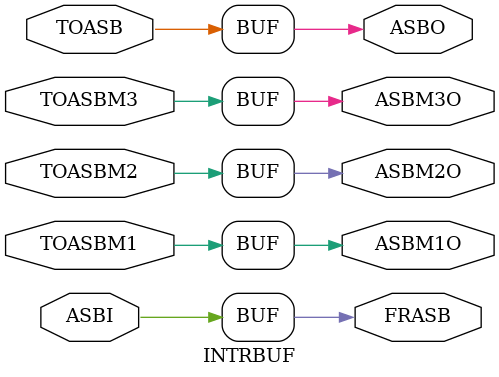
<source format=v>
`resetall
`timescale 1 ns / 100 ps

`celldefine

module INTRBUF (ASBI, TOASB, TOASBM1, TOASBM2, TOASBM3, 
                FRASB, ASBO, ASBM1O, ASBM2O, ASBM3O);
  input  ASBI, TOASB, TOASBM1, TOASBM2, TOASBM3;
  output FRASB, ASBO, ASBM1O, ASBM2O, ASBM3O;

  buf INST1 (FRASB, ASBI);
  buf INST2 (ASBO, TOASB);
  buf INST3 (ASBM1O, TOASBM1);
  buf INST4 (ASBM2O, TOASBM2);
  buf INST5 (ASBM3O, TOASBM3);


endmodule

`endcelldefine

</source>
